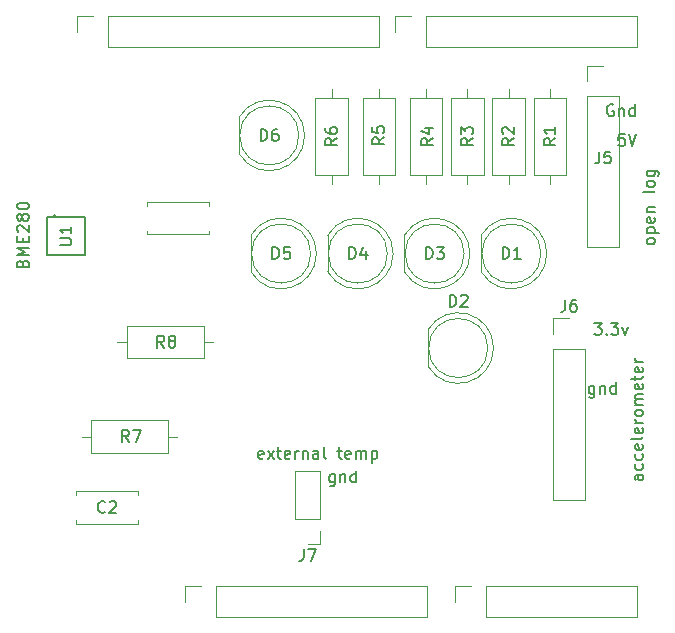
<source format=gbr>
%TF.GenerationSoftware,KiCad,Pcbnew,8.0.8*%
%TF.CreationDate,2025-03-12T21:02:29-06:00*%
%TF.ProjectId,PhaseD,50686173-6544-42e6-9b69-6361645f7063,rev?*%
%TF.SameCoordinates,Original*%
%TF.FileFunction,Legend,Top*%
%TF.FilePolarity,Positive*%
%FSLAX46Y46*%
G04 Gerber Fmt 4.6, Leading zero omitted, Abs format (unit mm)*
G04 Created by KiCad (PCBNEW 8.0.8) date 2025-03-12 21:02:29*
%MOMM*%
%LPD*%
G01*
G04 APERTURE LIST*
%ADD10C,0.150000*%
%ADD11C,0.120000*%
%ADD12C,0.152400*%
G04 APERTURE END LIST*
D10*
X112846009Y-68829887D02*
X112893628Y-68687030D01*
X112893628Y-68687030D02*
X112941247Y-68639411D01*
X112941247Y-68639411D02*
X113036485Y-68591792D01*
X113036485Y-68591792D02*
X113179342Y-68591792D01*
X113179342Y-68591792D02*
X113274580Y-68639411D01*
X113274580Y-68639411D02*
X113322200Y-68687030D01*
X113322200Y-68687030D02*
X113369819Y-68782268D01*
X113369819Y-68782268D02*
X113369819Y-69163220D01*
X113369819Y-69163220D02*
X112369819Y-69163220D01*
X112369819Y-69163220D02*
X112369819Y-68829887D01*
X112369819Y-68829887D02*
X112417438Y-68734649D01*
X112417438Y-68734649D02*
X112465057Y-68687030D01*
X112465057Y-68687030D02*
X112560295Y-68639411D01*
X112560295Y-68639411D02*
X112655533Y-68639411D01*
X112655533Y-68639411D02*
X112750771Y-68687030D01*
X112750771Y-68687030D02*
X112798390Y-68734649D01*
X112798390Y-68734649D02*
X112846009Y-68829887D01*
X112846009Y-68829887D02*
X112846009Y-69163220D01*
X113369819Y-68163220D02*
X112369819Y-68163220D01*
X112369819Y-68163220D02*
X113084104Y-67829887D01*
X113084104Y-67829887D02*
X112369819Y-67496554D01*
X112369819Y-67496554D02*
X113369819Y-67496554D01*
X112846009Y-67020363D02*
X112846009Y-66687030D01*
X113369819Y-66544173D02*
X113369819Y-67020363D01*
X113369819Y-67020363D02*
X112369819Y-67020363D01*
X112369819Y-67020363D02*
X112369819Y-66544173D01*
X112465057Y-66163220D02*
X112417438Y-66115601D01*
X112417438Y-66115601D02*
X112369819Y-66020363D01*
X112369819Y-66020363D02*
X112369819Y-65782268D01*
X112369819Y-65782268D02*
X112417438Y-65687030D01*
X112417438Y-65687030D02*
X112465057Y-65639411D01*
X112465057Y-65639411D02*
X112560295Y-65591792D01*
X112560295Y-65591792D02*
X112655533Y-65591792D01*
X112655533Y-65591792D02*
X112798390Y-65639411D01*
X112798390Y-65639411D02*
X113369819Y-66210839D01*
X113369819Y-66210839D02*
X113369819Y-65591792D01*
X112798390Y-65020363D02*
X112750771Y-65115601D01*
X112750771Y-65115601D02*
X112703152Y-65163220D01*
X112703152Y-65163220D02*
X112607914Y-65210839D01*
X112607914Y-65210839D02*
X112560295Y-65210839D01*
X112560295Y-65210839D02*
X112465057Y-65163220D01*
X112465057Y-65163220D02*
X112417438Y-65115601D01*
X112417438Y-65115601D02*
X112369819Y-65020363D01*
X112369819Y-65020363D02*
X112369819Y-64829887D01*
X112369819Y-64829887D02*
X112417438Y-64734649D01*
X112417438Y-64734649D02*
X112465057Y-64687030D01*
X112465057Y-64687030D02*
X112560295Y-64639411D01*
X112560295Y-64639411D02*
X112607914Y-64639411D01*
X112607914Y-64639411D02*
X112703152Y-64687030D01*
X112703152Y-64687030D02*
X112750771Y-64734649D01*
X112750771Y-64734649D02*
X112798390Y-64829887D01*
X112798390Y-64829887D02*
X112798390Y-65020363D01*
X112798390Y-65020363D02*
X112846009Y-65115601D01*
X112846009Y-65115601D02*
X112893628Y-65163220D01*
X112893628Y-65163220D02*
X112988866Y-65210839D01*
X112988866Y-65210839D02*
X113179342Y-65210839D01*
X113179342Y-65210839D02*
X113274580Y-65163220D01*
X113274580Y-65163220D02*
X113322200Y-65115601D01*
X113322200Y-65115601D02*
X113369819Y-65020363D01*
X113369819Y-65020363D02*
X113369819Y-64829887D01*
X113369819Y-64829887D02*
X113322200Y-64734649D01*
X113322200Y-64734649D02*
X113274580Y-64687030D01*
X113274580Y-64687030D02*
X113179342Y-64639411D01*
X113179342Y-64639411D02*
X112988866Y-64639411D01*
X112988866Y-64639411D02*
X112893628Y-64687030D01*
X112893628Y-64687030D02*
X112846009Y-64734649D01*
X112846009Y-64734649D02*
X112798390Y-64829887D01*
X112369819Y-64020363D02*
X112369819Y-63925125D01*
X112369819Y-63925125D02*
X112417438Y-63829887D01*
X112417438Y-63829887D02*
X112465057Y-63782268D01*
X112465057Y-63782268D02*
X112560295Y-63734649D01*
X112560295Y-63734649D02*
X112750771Y-63687030D01*
X112750771Y-63687030D02*
X112988866Y-63687030D01*
X112988866Y-63687030D02*
X113179342Y-63734649D01*
X113179342Y-63734649D02*
X113274580Y-63782268D01*
X113274580Y-63782268D02*
X113322200Y-63829887D01*
X113322200Y-63829887D02*
X113369819Y-63925125D01*
X113369819Y-63925125D02*
X113369819Y-64020363D01*
X113369819Y-64020363D02*
X113322200Y-64115601D01*
X113322200Y-64115601D02*
X113274580Y-64163220D01*
X113274580Y-64163220D02*
X113179342Y-64210839D01*
X113179342Y-64210839D02*
X112988866Y-64258458D01*
X112988866Y-64258458D02*
X112750771Y-64258458D01*
X112750771Y-64258458D02*
X112560295Y-64210839D01*
X112560295Y-64210839D02*
X112465057Y-64163220D01*
X112465057Y-64163220D02*
X112417438Y-64115601D01*
X112417438Y-64115601D02*
X112369819Y-64020363D01*
X133217731Y-85322200D02*
X133122493Y-85369819D01*
X133122493Y-85369819D02*
X132932017Y-85369819D01*
X132932017Y-85369819D02*
X132836779Y-85322200D01*
X132836779Y-85322200D02*
X132789160Y-85226961D01*
X132789160Y-85226961D02*
X132789160Y-84846009D01*
X132789160Y-84846009D02*
X132836779Y-84750771D01*
X132836779Y-84750771D02*
X132932017Y-84703152D01*
X132932017Y-84703152D02*
X133122493Y-84703152D01*
X133122493Y-84703152D02*
X133217731Y-84750771D01*
X133217731Y-84750771D02*
X133265350Y-84846009D01*
X133265350Y-84846009D02*
X133265350Y-84941247D01*
X133265350Y-84941247D02*
X132789160Y-85036485D01*
X133598684Y-85369819D02*
X134122493Y-84703152D01*
X133598684Y-84703152D02*
X134122493Y-85369819D01*
X134360589Y-84703152D02*
X134741541Y-84703152D01*
X134503446Y-84369819D02*
X134503446Y-85226961D01*
X134503446Y-85226961D02*
X134551065Y-85322200D01*
X134551065Y-85322200D02*
X134646303Y-85369819D01*
X134646303Y-85369819D02*
X134741541Y-85369819D01*
X135455827Y-85322200D02*
X135360589Y-85369819D01*
X135360589Y-85369819D02*
X135170113Y-85369819D01*
X135170113Y-85369819D02*
X135074875Y-85322200D01*
X135074875Y-85322200D02*
X135027256Y-85226961D01*
X135027256Y-85226961D02*
X135027256Y-84846009D01*
X135027256Y-84846009D02*
X135074875Y-84750771D01*
X135074875Y-84750771D02*
X135170113Y-84703152D01*
X135170113Y-84703152D02*
X135360589Y-84703152D01*
X135360589Y-84703152D02*
X135455827Y-84750771D01*
X135455827Y-84750771D02*
X135503446Y-84846009D01*
X135503446Y-84846009D02*
X135503446Y-84941247D01*
X135503446Y-84941247D02*
X135027256Y-85036485D01*
X135932018Y-85369819D02*
X135932018Y-84703152D01*
X135932018Y-84893628D02*
X135979637Y-84798390D01*
X135979637Y-84798390D02*
X136027256Y-84750771D01*
X136027256Y-84750771D02*
X136122494Y-84703152D01*
X136122494Y-84703152D02*
X136217732Y-84703152D01*
X136551066Y-84703152D02*
X136551066Y-85369819D01*
X136551066Y-84798390D02*
X136598685Y-84750771D01*
X136598685Y-84750771D02*
X136693923Y-84703152D01*
X136693923Y-84703152D02*
X136836780Y-84703152D01*
X136836780Y-84703152D02*
X136932018Y-84750771D01*
X136932018Y-84750771D02*
X136979637Y-84846009D01*
X136979637Y-84846009D02*
X136979637Y-85369819D01*
X137884399Y-85369819D02*
X137884399Y-84846009D01*
X137884399Y-84846009D02*
X137836780Y-84750771D01*
X137836780Y-84750771D02*
X137741542Y-84703152D01*
X137741542Y-84703152D02*
X137551066Y-84703152D01*
X137551066Y-84703152D02*
X137455828Y-84750771D01*
X137884399Y-85322200D02*
X137789161Y-85369819D01*
X137789161Y-85369819D02*
X137551066Y-85369819D01*
X137551066Y-85369819D02*
X137455828Y-85322200D01*
X137455828Y-85322200D02*
X137408209Y-85226961D01*
X137408209Y-85226961D02*
X137408209Y-85131723D01*
X137408209Y-85131723D02*
X137455828Y-85036485D01*
X137455828Y-85036485D02*
X137551066Y-84988866D01*
X137551066Y-84988866D02*
X137789161Y-84988866D01*
X137789161Y-84988866D02*
X137884399Y-84941247D01*
X138503447Y-85369819D02*
X138408209Y-85322200D01*
X138408209Y-85322200D02*
X138360590Y-85226961D01*
X138360590Y-85226961D02*
X138360590Y-84369819D01*
X139503448Y-84703152D02*
X139884400Y-84703152D01*
X139646305Y-84369819D02*
X139646305Y-85226961D01*
X139646305Y-85226961D02*
X139693924Y-85322200D01*
X139693924Y-85322200D02*
X139789162Y-85369819D01*
X139789162Y-85369819D02*
X139884400Y-85369819D01*
X140598686Y-85322200D02*
X140503448Y-85369819D01*
X140503448Y-85369819D02*
X140312972Y-85369819D01*
X140312972Y-85369819D02*
X140217734Y-85322200D01*
X140217734Y-85322200D02*
X140170115Y-85226961D01*
X140170115Y-85226961D02*
X140170115Y-84846009D01*
X140170115Y-84846009D02*
X140217734Y-84750771D01*
X140217734Y-84750771D02*
X140312972Y-84703152D01*
X140312972Y-84703152D02*
X140503448Y-84703152D01*
X140503448Y-84703152D02*
X140598686Y-84750771D01*
X140598686Y-84750771D02*
X140646305Y-84846009D01*
X140646305Y-84846009D02*
X140646305Y-84941247D01*
X140646305Y-84941247D02*
X140170115Y-85036485D01*
X141074877Y-85369819D02*
X141074877Y-84703152D01*
X141074877Y-84798390D02*
X141122496Y-84750771D01*
X141122496Y-84750771D02*
X141217734Y-84703152D01*
X141217734Y-84703152D02*
X141360591Y-84703152D01*
X141360591Y-84703152D02*
X141455829Y-84750771D01*
X141455829Y-84750771D02*
X141503448Y-84846009D01*
X141503448Y-84846009D02*
X141503448Y-85369819D01*
X141503448Y-84846009D02*
X141551067Y-84750771D01*
X141551067Y-84750771D02*
X141646305Y-84703152D01*
X141646305Y-84703152D02*
X141789162Y-84703152D01*
X141789162Y-84703152D02*
X141884401Y-84750771D01*
X141884401Y-84750771D02*
X141932020Y-84846009D01*
X141932020Y-84846009D02*
X141932020Y-85369819D01*
X142408210Y-84703152D02*
X142408210Y-85703152D01*
X142408210Y-84750771D02*
X142503448Y-84703152D01*
X142503448Y-84703152D02*
X142693924Y-84703152D01*
X142693924Y-84703152D02*
X142789162Y-84750771D01*
X142789162Y-84750771D02*
X142836781Y-84798390D01*
X142836781Y-84798390D02*
X142884400Y-84893628D01*
X142884400Y-84893628D02*
X142884400Y-85179342D01*
X142884400Y-85179342D02*
X142836781Y-85274580D01*
X142836781Y-85274580D02*
X142789162Y-85322200D01*
X142789162Y-85322200D02*
X142693924Y-85369819D01*
X142693924Y-85369819D02*
X142503448Y-85369819D01*
X142503448Y-85369819D02*
X142408210Y-85322200D01*
X165369819Y-86734649D02*
X164846009Y-86734649D01*
X164846009Y-86734649D02*
X164750771Y-86782268D01*
X164750771Y-86782268D02*
X164703152Y-86877506D01*
X164703152Y-86877506D02*
X164703152Y-87067982D01*
X164703152Y-87067982D02*
X164750771Y-87163220D01*
X165322200Y-86734649D02*
X165369819Y-86829887D01*
X165369819Y-86829887D02*
X165369819Y-87067982D01*
X165369819Y-87067982D02*
X165322200Y-87163220D01*
X165322200Y-87163220D02*
X165226961Y-87210839D01*
X165226961Y-87210839D02*
X165131723Y-87210839D01*
X165131723Y-87210839D02*
X165036485Y-87163220D01*
X165036485Y-87163220D02*
X164988866Y-87067982D01*
X164988866Y-87067982D02*
X164988866Y-86829887D01*
X164988866Y-86829887D02*
X164941247Y-86734649D01*
X165322200Y-85829887D02*
X165369819Y-85925125D01*
X165369819Y-85925125D02*
X165369819Y-86115601D01*
X165369819Y-86115601D02*
X165322200Y-86210839D01*
X165322200Y-86210839D02*
X165274580Y-86258458D01*
X165274580Y-86258458D02*
X165179342Y-86306077D01*
X165179342Y-86306077D02*
X164893628Y-86306077D01*
X164893628Y-86306077D02*
X164798390Y-86258458D01*
X164798390Y-86258458D02*
X164750771Y-86210839D01*
X164750771Y-86210839D02*
X164703152Y-86115601D01*
X164703152Y-86115601D02*
X164703152Y-85925125D01*
X164703152Y-85925125D02*
X164750771Y-85829887D01*
X165322200Y-84972744D02*
X165369819Y-85067982D01*
X165369819Y-85067982D02*
X165369819Y-85258458D01*
X165369819Y-85258458D02*
X165322200Y-85353696D01*
X165322200Y-85353696D02*
X165274580Y-85401315D01*
X165274580Y-85401315D02*
X165179342Y-85448934D01*
X165179342Y-85448934D02*
X164893628Y-85448934D01*
X164893628Y-85448934D02*
X164798390Y-85401315D01*
X164798390Y-85401315D02*
X164750771Y-85353696D01*
X164750771Y-85353696D02*
X164703152Y-85258458D01*
X164703152Y-85258458D02*
X164703152Y-85067982D01*
X164703152Y-85067982D02*
X164750771Y-84972744D01*
X165322200Y-84163220D02*
X165369819Y-84258458D01*
X165369819Y-84258458D02*
X165369819Y-84448934D01*
X165369819Y-84448934D02*
X165322200Y-84544172D01*
X165322200Y-84544172D02*
X165226961Y-84591791D01*
X165226961Y-84591791D02*
X164846009Y-84591791D01*
X164846009Y-84591791D02*
X164750771Y-84544172D01*
X164750771Y-84544172D02*
X164703152Y-84448934D01*
X164703152Y-84448934D02*
X164703152Y-84258458D01*
X164703152Y-84258458D02*
X164750771Y-84163220D01*
X164750771Y-84163220D02*
X164846009Y-84115601D01*
X164846009Y-84115601D02*
X164941247Y-84115601D01*
X164941247Y-84115601D02*
X165036485Y-84591791D01*
X165369819Y-83544172D02*
X165322200Y-83639410D01*
X165322200Y-83639410D02*
X165226961Y-83687029D01*
X165226961Y-83687029D02*
X164369819Y-83687029D01*
X165322200Y-82782267D02*
X165369819Y-82877505D01*
X165369819Y-82877505D02*
X165369819Y-83067981D01*
X165369819Y-83067981D02*
X165322200Y-83163219D01*
X165322200Y-83163219D02*
X165226961Y-83210838D01*
X165226961Y-83210838D02*
X164846009Y-83210838D01*
X164846009Y-83210838D02*
X164750771Y-83163219D01*
X164750771Y-83163219D02*
X164703152Y-83067981D01*
X164703152Y-83067981D02*
X164703152Y-82877505D01*
X164703152Y-82877505D02*
X164750771Y-82782267D01*
X164750771Y-82782267D02*
X164846009Y-82734648D01*
X164846009Y-82734648D02*
X164941247Y-82734648D01*
X164941247Y-82734648D02*
X165036485Y-83210838D01*
X165369819Y-82306076D02*
X164703152Y-82306076D01*
X164893628Y-82306076D02*
X164798390Y-82258457D01*
X164798390Y-82258457D02*
X164750771Y-82210838D01*
X164750771Y-82210838D02*
X164703152Y-82115600D01*
X164703152Y-82115600D02*
X164703152Y-82020362D01*
X165369819Y-81544171D02*
X165322200Y-81639409D01*
X165322200Y-81639409D02*
X165274580Y-81687028D01*
X165274580Y-81687028D02*
X165179342Y-81734647D01*
X165179342Y-81734647D02*
X164893628Y-81734647D01*
X164893628Y-81734647D02*
X164798390Y-81687028D01*
X164798390Y-81687028D02*
X164750771Y-81639409D01*
X164750771Y-81639409D02*
X164703152Y-81544171D01*
X164703152Y-81544171D02*
X164703152Y-81401314D01*
X164703152Y-81401314D02*
X164750771Y-81306076D01*
X164750771Y-81306076D02*
X164798390Y-81258457D01*
X164798390Y-81258457D02*
X164893628Y-81210838D01*
X164893628Y-81210838D02*
X165179342Y-81210838D01*
X165179342Y-81210838D02*
X165274580Y-81258457D01*
X165274580Y-81258457D02*
X165322200Y-81306076D01*
X165322200Y-81306076D02*
X165369819Y-81401314D01*
X165369819Y-81401314D02*
X165369819Y-81544171D01*
X165369819Y-80782266D02*
X164703152Y-80782266D01*
X164798390Y-80782266D02*
X164750771Y-80734647D01*
X164750771Y-80734647D02*
X164703152Y-80639409D01*
X164703152Y-80639409D02*
X164703152Y-80496552D01*
X164703152Y-80496552D02*
X164750771Y-80401314D01*
X164750771Y-80401314D02*
X164846009Y-80353695D01*
X164846009Y-80353695D02*
X165369819Y-80353695D01*
X164846009Y-80353695D02*
X164750771Y-80306076D01*
X164750771Y-80306076D02*
X164703152Y-80210838D01*
X164703152Y-80210838D02*
X164703152Y-80067981D01*
X164703152Y-80067981D02*
X164750771Y-79972742D01*
X164750771Y-79972742D02*
X164846009Y-79925123D01*
X164846009Y-79925123D02*
X165369819Y-79925123D01*
X165322200Y-79067981D02*
X165369819Y-79163219D01*
X165369819Y-79163219D02*
X165369819Y-79353695D01*
X165369819Y-79353695D02*
X165322200Y-79448933D01*
X165322200Y-79448933D02*
X165226961Y-79496552D01*
X165226961Y-79496552D02*
X164846009Y-79496552D01*
X164846009Y-79496552D02*
X164750771Y-79448933D01*
X164750771Y-79448933D02*
X164703152Y-79353695D01*
X164703152Y-79353695D02*
X164703152Y-79163219D01*
X164703152Y-79163219D02*
X164750771Y-79067981D01*
X164750771Y-79067981D02*
X164846009Y-79020362D01*
X164846009Y-79020362D02*
X164941247Y-79020362D01*
X164941247Y-79020362D02*
X165036485Y-79496552D01*
X164703152Y-78734647D02*
X164703152Y-78353695D01*
X164369819Y-78591790D02*
X165226961Y-78591790D01*
X165226961Y-78591790D02*
X165322200Y-78544171D01*
X165322200Y-78544171D02*
X165369819Y-78448933D01*
X165369819Y-78448933D02*
X165369819Y-78353695D01*
X165322200Y-77639409D02*
X165369819Y-77734647D01*
X165369819Y-77734647D02*
X165369819Y-77925123D01*
X165369819Y-77925123D02*
X165322200Y-78020361D01*
X165322200Y-78020361D02*
X165226961Y-78067980D01*
X165226961Y-78067980D02*
X164846009Y-78067980D01*
X164846009Y-78067980D02*
X164750771Y-78020361D01*
X164750771Y-78020361D02*
X164703152Y-77925123D01*
X164703152Y-77925123D02*
X164703152Y-77734647D01*
X164703152Y-77734647D02*
X164750771Y-77639409D01*
X164750771Y-77639409D02*
X164846009Y-77591790D01*
X164846009Y-77591790D02*
X164941247Y-77591790D01*
X164941247Y-77591790D02*
X165036485Y-78067980D01*
X165369819Y-77163218D02*
X164703152Y-77163218D01*
X164893628Y-77163218D02*
X164798390Y-77115599D01*
X164798390Y-77115599D02*
X164750771Y-77067980D01*
X164750771Y-77067980D02*
X164703152Y-76972742D01*
X164703152Y-76972742D02*
X164703152Y-76877504D01*
X166369819Y-67020363D02*
X166322200Y-67115601D01*
X166322200Y-67115601D02*
X166274580Y-67163220D01*
X166274580Y-67163220D02*
X166179342Y-67210839D01*
X166179342Y-67210839D02*
X165893628Y-67210839D01*
X165893628Y-67210839D02*
X165798390Y-67163220D01*
X165798390Y-67163220D02*
X165750771Y-67115601D01*
X165750771Y-67115601D02*
X165703152Y-67020363D01*
X165703152Y-67020363D02*
X165703152Y-66877506D01*
X165703152Y-66877506D02*
X165750771Y-66782268D01*
X165750771Y-66782268D02*
X165798390Y-66734649D01*
X165798390Y-66734649D02*
X165893628Y-66687030D01*
X165893628Y-66687030D02*
X166179342Y-66687030D01*
X166179342Y-66687030D02*
X166274580Y-66734649D01*
X166274580Y-66734649D02*
X166322200Y-66782268D01*
X166322200Y-66782268D02*
X166369819Y-66877506D01*
X166369819Y-66877506D02*
X166369819Y-67020363D01*
X165703152Y-66258458D02*
X166703152Y-66258458D01*
X165750771Y-66258458D02*
X165703152Y-66163220D01*
X165703152Y-66163220D02*
X165703152Y-65972744D01*
X165703152Y-65972744D02*
X165750771Y-65877506D01*
X165750771Y-65877506D02*
X165798390Y-65829887D01*
X165798390Y-65829887D02*
X165893628Y-65782268D01*
X165893628Y-65782268D02*
X166179342Y-65782268D01*
X166179342Y-65782268D02*
X166274580Y-65829887D01*
X166274580Y-65829887D02*
X166322200Y-65877506D01*
X166322200Y-65877506D02*
X166369819Y-65972744D01*
X166369819Y-65972744D02*
X166369819Y-66163220D01*
X166369819Y-66163220D02*
X166322200Y-66258458D01*
X166322200Y-64972744D02*
X166369819Y-65067982D01*
X166369819Y-65067982D02*
X166369819Y-65258458D01*
X166369819Y-65258458D02*
X166322200Y-65353696D01*
X166322200Y-65353696D02*
X166226961Y-65401315D01*
X166226961Y-65401315D02*
X165846009Y-65401315D01*
X165846009Y-65401315D02*
X165750771Y-65353696D01*
X165750771Y-65353696D02*
X165703152Y-65258458D01*
X165703152Y-65258458D02*
X165703152Y-65067982D01*
X165703152Y-65067982D02*
X165750771Y-64972744D01*
X165750771Y-64972744D02*
X165846009Y-64925125D01*
X165846009Y-64925125D02*
X165941247Y-64925125D01*
X165941247Y-64925125D02*
X166036485Y-65401315D01*
X165703152Y-64496553D02*
X166369819Y-64496553D01*
X165798390Y-64496553D02*
X165750771Y-64448934D01*
X165750771Y-64448934D02*
X165703152Y-64353696D01*
X165703152Y-64353696D02*
X165703152Y-64210839D01*
X165703152Y-64210839D02*
X165750771Y-64115601D01*
X165750771Y-64115601D02*
X165846009Y-64067982D01*
X165846009Y-64067982D02*
X166369819Y-64067982D01*
X166369819Y-62687029D02*
X166322200Y-62782267D01*
X166322200Y-62782267D02*
X166226961Y-62829886D01*
X166226961Y-62829886D02*
X165369819Y-62829886D01*
X166369819Y-62163219D02*
X166322200Y-62258457D01*
X166322200Y-62258457D02*
X166274580Y-62306076D01*
X166274580Y-62306076D02*
X166179342Y-62353695D01*
X166179342Y-62353695D02*
X165893628Y-62353695D01*
X165893628Y-62353695D02*
X165798390Y-62306076D01*
X165798390Y-62306076D02*
X165750771Y-62258457D01*
X165750771Y-62258457D02*
X165703152Y-62163219D01*
X165703152Y-62163219D02*
X165703152Y-62020362D01*
X165703152Y-62020362D02*
X165750771Y-61925124D01*
X165750771Y-61925124D02*
X165798390Y-61877505D01*
X165798390Y-61877505D02*
X165893628Y-61829886D01*
X165893628Y-61829886D02*
X166179342Y-61829886D01*
X166179342Y-61829886D02*
X166274580Y-61877505D01*
X166274580Y-61877505D02*
X166322200Y-61925124D01*
X166322200Y-61925124D02*
X166369819Y-62020362D01*
X166369819Y-62020362D02*
X166369819Y-62163219D01*
X165703152Y-60972743D02*
X166512676Y-60972743D01*
X166512676Y-60972743D02*
X166607914Y-61020362D01*
X166607914Y-61020362D02*
X166655533Y-61067981D01*
X166655533Y-61067981D02*
X166703152Y-61163219D01*
X166703152Y-61163219D02*
X166703152Y-61306076D01*
X166703152Y-61306076D02*
X166655533Y-61401314D01*
X166322200Y-60972743D02*
X166369819Y-61067981D01*
X166369819Y-61067981D02*
X166369819Y-61258457D01*
X166369819Y-61258457D02*
X166322200Y-61353695D01*
X166322200Y-61353695D02*
X166274580Y-61401314D01*
X166274580Y-61401314D02*
X166179342Y-61448933D01*
X166179342Y-61448933D02*
X165893628Y-61448933D01*
X165893628Y-61448933D02*
X165798390Y-61401314D01*
X165798390Y-61401314D02*
X165750771Y-61353695D01*
X165750771Y-61353695D02*
X165703152Y-61258457D01*
X165703152Y-61258457D02*
X165703152Y-61067981D01*
X165703152Y-61067981D02*
X165750771Y-60972743D01*
X139265350Y-86703152D02*
X139265350Y-87512676D01*
X139265350Y-87512676D02*
X139217731Y-87607914D01*
X139217731Y-87607914D02*
X139170112Y-87655533D01*
X139170112Y-87655533D02*
X139074874Y-87703152D01*
X139074874Y-87703152D02*
X138932017Y-87703152D01*
X138932017Y-87703152D02*
X138836779Y-87655533D01*
X139265350Y-87322200D02*
X139170112Y-87369819D01*
X139170112Y-87369819D02*
X138979636Y-87369819D01*
X138979636Y-87369819D02*
X138884398Y-87322200D01*
X138884398Y-87322200D02*
X138836779Y-87274580D01*
X138836779Y-87274580D02*
X138789160Y-87179342D01*
X138789160Y-87179342D02*
X138789160Y-86893628D01*
X138789160Y-86893628D02*
X138836779Y-86798390D01*
X138836779Y-86798390D02*
X138884398Y-86750771D01*
X138884398Y-86750771D02*
X138979636Y-86703152D01*
X138979636Y-86703152D02*
X139170112Y-86703152D01*
X139170112Y-86703152D02*
X139265350Y-86750771D01*
X139741541Y-86703152D02*
X139741541Y-87369819D01*
X139741541Y-86798390D02*
X139789160Y-86750771D01*
X139789160Y-86750771D02*
X139884398Y-86703152D01*
X139884398Y-86703152D02*
X140027255Y-86703152D01*
X140027255Y-86703152D02*
X140122493Y-86750771D01*
X140122493Y-86750771D02*
X140170112Y-86846009D01*
X140170112Y-86846009D02*
X140170112Y-87369819D01*
X141074874Y-87369819D02*
X141074874Y-86369819D01*
X141074874Y-87322200D02*
X140979636Y-87369819D01*
X140979636Y-87369819D02*
X140789160Y-87369819D01*
X140789160Y-87369819D02*
X140693922Y-87322200D01*
X140693922Y-87322200D02*
X140646303Y-87274580D01*
X140646303Y-87274580D02*
X140598684Y-87179342D01*
X140598684Y-87179342D02*
X140598684Y-86893628D01*
X140598684Y-86893628D02*
X140646303Y-86798390D01*
X140646303Y-86798390D02*
X140693922Y-86750771D01*
X140693922Y-86750771D02*
X140789160Y-86703152D01*
X140789160Y-86703152D02*
X140979636Y-86703152D01*
X140979636Y-86703152D02*
X141074874Y-86750771D01*
X161241541Y-73869819D02*
X161860588Y-73869819D01*
X161860588Y-73869819D02*
X161527255Y-74250771D01*
X161527255Y-74250771D02*
X161670112Y-74250771D01*
X161670112Y-74250771D02*
X161765350Y-74298390D01*
X161765350Y-74298390D02*
X161812969Y-74346009D01*
X161812969Y-74346009D02*
X161860588Y-74441247D01*
X161860588Y-74441247D02*
X161860588Y-74679342D01*
X161860588Y-74679342D02*
X161812969Y-74774580D01*
X161812969Y-74774580D02*
X161765350Y-74822200D01*
X161765350Y-74822200D02*
X161670112Y-74869819D01*
X161670112Y-74869819D02*
X161384398Y-74869819D01*
X161384398Y-74869819D02*
X161289160Y-74822200D01*
X161289160Y-74822200D02*
X161241541Y-74774580D01*
X162289160Y-74774580D02*
X162336779Y-74822200D01*
X162336779Y-74822200D02*
X162289160Y-74869819D01*
X162289160Y-74869819D02*
X162241541Y-74822200D01*
X162241541Y-74822200D02*
X162289160Y-74774580D01*
X162289160Y-74774580D02*
X162289160Y-74869819D01*
X162670112Y-73869819D02*
X163289159Y-73869819D01*
X163289159Y-73869819D02*
X162955826Y-74250771D01*
X162955826Y-74250771D02*
X163098683Y-74250771D01*
X163098683Y-74250771D02*
X163193921Y-74298390D01*
X163193921Y-74298390D02*
X163241540Y-74346009D01*
X163241540Y-74346009D02*
X163289159Y-74441247D01*
X163289159Y-74441247D02*
X163289159Y-74679342D01*
X163289159Y-74679342D02*
X163241540Y-74774580D01*
X163241540Y-74774580D02*
X163193921Y-74822200D01*
X163193921Y-74822200D02*
X163098683Y-74869819D01*
X163098683Y-74869819D02*
X162812969Y-74869819D01*
X162812969Y-74869819D02*
X162717731Y-74822200D01*
X162717731Y-74822200D02*
X162670112Y-74774580D01*
X163622493Y-74203152D02*
X163860588Y-74869819D01*
X163860588Y-74869819D02*
X164098683Y-74203152D01*
X161265350Y-79203152D02*
X161265350Y-80012676D01*
X161265350Y-80012676D02*
X161217731Y-80107914D01*
X161217731Y-80107914D02*
X161170112Y-80155533D01*
X161170112Y-80155533D02*
X161074874Y-80203152D01*
X161074874Y-80203152D02*
X160932017Y-80203152D01*
X160932017Y-80203152D02*
X160836779Y-80155533D01*
X161265350Y-79822200D02*
X161170112Y-79869819D01*
X161170112Y-79869819D02*
X160979636Y-79869819D01*
X160979636Y-79869819D02*
X160884398Y-79822200D01*
X160884398Y-79822200D02*
X160836779Y-79774580D01*
X160836779Y-79774580D02*
X160789160Y-79679342D01*
X160789160Y-79679342D02*
X160789160Y-79393628D01*
X160789160Y-79393628D02*
X160836779Y-79298390D01*
X160836779Y-79298390D02*
X160884398Y-79250771D01*
X160884398Y-79250771D02*
X160979636Y-79203152D01*
X160979636Y-79203152D02*
X161170112Y-79203152D01*
X161170112Y-79203152D02*
X161265350Y-79250771D01*
X161741541Y-79203152D02*
X161741541Y-79869819D01*
X161741541Y-79298390D02*
X161789160Y-79250771D01*
X161789160Y-79250771D02*
X161884398Y-79203152D01*
X161884398Y-79203152D02*
X162027255Y-79203152D01*
X162027255Y-79203152D02*
X162122493Y-79250771D01*
X162122493Y-79250771D02*
X162170112Y-79346009D01*
X162170112Y-79346009D02*
X162170112Y-79869819D01*
X163074874Y-79869819D02*
X163074874Y-78869819D01*
X163074874Y-79822200D02*
X162979636Y-79869819D01*
X162979636Y-79869819D02*
X162789160Y-79869819D01*
X162789160Y-79869819D02*
X162693922Y-79822200D01*
X162693922Y-79822200D02*
X162646303Y-79774580D01*
X162646303Y-79774580D02*
X162598684Y-79679342D01*
X162598684Y-79679342D02*
X162598684Y-79393628D01*
X162598684Y-79393628D02*
X162646303Y-79298390D01*
X162646303Y-79298390D02*
X162693922Y-79250771D01*
X162693922Y-79250771D02*
X162789160Y-79203152D01*
X162789160Y-79203152D02*
X162979636Y-79203152D01*
X162979636Y-79203152D02*
X163074874Y-79250771D01*
X163812969Y-57869819D02*
X163336779Y-57869819D01*
X163336779Y-57869819D02*
X163289160Y-58346009D01*
X163289160Y-58346009D02*
X163336779Y-58298390D01*
X163336779Y-58298390D02*
X163432017Y-58250771D01*
X163432017Y-58250771D02*
X163670112Y-58250771D01*
X163670112Y-58250771D02*
X163765350Y-58298390D01*
X163765350Y-58298390D02*
X163812969Y-58346009D01*
X163812969Y-58346009D02*
X163860588Y-58441247D01*
X163860588Y-58441247D02*
X163860588Y-58679342D01*
X163860588Y-58679342D02*
X163812969Y-58774580D01*
X163812969Y-58774580D02*
X163765350Y-58822200D01*
X163765350Y-58822200D02*
X163670112Y-58869819D01*
X163670112Y-58869819D02*
X163432017Y-58869819D01*
X163432017Y-58869819D02*
X163336779Y-58822200D01*
X163336779Y-58822200D02*
X163289160Y-58774580D01*
X164146303Y-57869819D02*
X164479636Y-58869819D01*
X164479636Y-58869819D02*
X164812969Y-57869819D01*
X162860588Y-55417438D02*
X162765350Y-55369819D01*
X162765350Y-55369819D02*
X162622493Y-55369819D01*
X162622493Y-55369819D02*
X162479636Y-55417438D01*
X162479636Y-55417438D02*
X162384398Y-55512676D01*
X162384398Y-55512676D02*
X162336779Y-55607914D01*
X162336779Y-55607914D02*
X162289160Y-55798390D01*
X162289160Y-55798390D02*
X162289160Y-55941247D01*
X162289160Y-55941247D02*
X162336779Y-56131723D01*
X162336779Y-56131723D02*
X162384398Y-56226961D01*
X162384398Y-56226961D02*
X162479636Y-56322200D01*
X162479636Y-56322200D02*
X162622493Y-56369819D01*
X162622493Y-56369819D02*
X162717731Y-56369819D01*
X162717731Y-56369819D02*
X162860588Y-56322200D01*
X162860588Y-56322200D02*
X162908207Y-56274580D01*
X162908207Y-56274580D02*
X162908207Y-55941247D01*
X162908207Y-55941247D02*
X162717731Y-55941247D01*
X163336779Y-55703152D02*
X163336779Y-56369819D01*
X163336779Y-55798390D02*
X163384398Y-55750771D01*
X163384398Y-55750771D02*
X163479636Y-55703152D01*
X163479636Y-55703152D02*
X163622493Y-55703152D01*
X163622493Y-55703152D02*
X163717731Y-55750771D01*
X163717731Y-55750771D02*
X163765350Y-55846009D01*
X163765350Y-55846009D02*
X163765350Y-56369819D01*
X164670112Y-56369819D02*
X164670112Y-55369819D01*
X164670112Y-56322200D02*
X164574874Y-56369819D01*
X164574874Y-56369819D02*
X164384398Y-56369819D01*
X164384398Y-56369819D02*
X164289160Y-56322200D01*
X164289160Y-56322200D02*
X164241541Y-56274580D01*
X164241541Y-56274580D02*
X164193922Y-56179342D01*
X164193922Y-56179342D02*
X164193922Y-55893628D01*
X164193922Y-55893628D02*
X164241541Y-55798390D01*
X164241541Y-55798390D02*
X164289160Y-55750771D01*
X164289160Y-55750771D02*
X164384398Y-55703152D01*
X164384398Y-55703152D02*
X164574874Y-55703152D01*
X164574874Y-55703152D02*
X164670112Y-55750771D01*
X148991905Y-72494819D02*
X148991905Y-71494819D01*
X148991905Y-71494819D02*
X149230000Y-71494819D01*
X149230000Y-71494819D02*
X149372857Y-71542438D01*
X149372857Y-71542438D02*
X149468095Y-71637676D01*
X149468095Y-71637676D02*
X149515714Y-71732914D01*
X149515714Y-71732914D02*
X149563333Y-71923390D01*
X149563333Y-71923390D02*
X149563333Y-72066247D01*
X149563333Y-72066247D02*
X149515714Y-72256723D01*
X149515714Y-72256723D02*
X149468095Y-72351961D01*
X149468095Y-72351961D02*
X149372857Y-72447200D01*
X149372857Y-72447200D02*
X149230000Y-72494819D01*
X149230000Y-72494819D02*
X148991905Y-72494819D01*
X149944286Y-71590057D02*
X149991905Y-71542438D01*
X149991905Y-71542438D02*
X150087143Y-71494819D01*
X150087143Y-71494819D02*
X150325238Y-71494819D01*
X150325238Y-71494819D02*
X150420476Y-71542438D01*
X150420476Y-71542438D02*
X150468095Y-71590057D01*
X150468095Y-71590057D02*
X150515714Y-71685295D01*
X150515714Y-71685295D02*
X150515714Y-71780533D01*
X150515714Y-71780533D02*
X150468095Y-71923390D01*
X150468095Y-71923390D02*
X149896667Y-72494819D01*
X149896667Y-72494819D02*
X150515714Y-72494819D01*
X115979820Y-67286903D02*
X116789343Y-67286903D01*
X116789343Y-67286903D02*
X116884581Y-67239284D01*
X116884581Y-67239284D02*
X116932201Y-67191665D01*
X116932201Y-67191665D02*
X116979820Y-67096427D01*
X116979820Y-67096427D02*
X116979820Y-66905951D01*
X116979820Y-66905951D02*
X116932201Y-66810713D01*
X116932201Y-66810713D02*
X116884581Y-66763094D01*
X116884581Y-66763094D02*
X116789343Y-66715475D01*
X116789343Y-66715475D02*
X115979820Y-66715475D01*
X116979820Y-65715475D02*
X116979820Y-66286903D01*
X116979820Y-66001189D02*
X115979820Y-66001189D01*
X115979820Y-66001189D02*
X116122677Y-66096427D01*
X116122677Y-66096427D02*
X116217915Y-66191665D01*
X116217915Y-66191665D02*
X116265534Y-66286903D01*
X157954819Y-58246666D02*
X157478628Y-58579999D01*
X157954819Y-58818094D02*
X156954819Y-58818094D01*
X156954819Y-58818094D02*
X156954819Y-58437142D01*
X156954819Y-58437142D02*
X157002438Y-58341904D01*
X157002438Y-58341904D02*
X157050057Y-58294285D01*
X157050057Y-58294285D02*
X157145295Y-58246666D01*
X157145295Y-58246666D02*
X157288152Y-58246666D01*
X157288152Y-58246666D02*
X157383390Y-58294285D01*
X157383390Y-58294285D02*
X157431009Y-58341904D01*
X157431009Y-58341904D02*
X157478628Y-58437142D01*
X157478628Y-58437142D02*
X157478628Y-58818094D01*
X157954819Y-57294285D02*
X157954819Y-57865713D01*
X157954819Y-57579999D02*
X156954819Y-57579999D01*
X156954819Y-57579999D02*
X157097676Y-57675237D01*
X157097676Y-57675237D02*
X157192914Y-57770475D01*
X157192914Y-57770475D02*
X157240533Y-57865713D01*
X119833333Y-89859580D02*
X119785714Y-89907200D01*
X119785714Y-89907200D02*
X119642857Y-89954819D01*
X119642857Y-89954819D02*
X119547619Y-89954819D01*
X119547619Y-89954819D02*
X119404762Y-89907200D01*
X119404762Y-89907200D02*
X119309524Y-89811961D01*
X119309524Y-89811961D02*
X119261905Y-89716723D01*
X119261905Y-89716723D02*
X119214286Y-89526247D01*
X119214286Y-89526247D02*
X119214286Y-89383390D01*
X119214286Y-89383390D02*
X119261905Y-89192914D01*
X119261905Y-89192914D02*
X119309524Y-89097676D01*
X119309524Y-89097676D02*
X119404762Y-89002438D01*
X119404762Y-89002438D02*
X119547619Y-88954819D01*
X119547619Y-88954819D02*
X119642857Y-88954819D01*
X119642857Y-88954819D02*
X119785714Y-89002438D01*
X119785714Y-89002438D02*
X119833333Y-89050057D01*
X120214286Y-89050057D02*
X120261905Y-89002438D01*
X120261905Y-89002438D02*
X120357143Y-88954819D01*
X120357143Y-88954819D02*
X120595238Y-88954819D01*
X120595238Y-88954819D02*
X120690476Y-89002438D01*
X120690476Y-89002438D02*
X120738095Y-89050057D01*
X120738095Y-89050057D02*
X120785714Y-89145295D01*
X120785714Y-89145295D02*
X120785714Y-89240533D01*
X120785714Y-89240533D02*
X120738095Y-89383390D01*
X120738095Y-89383390D02*
X120166667Y-89954819D01*
X120166667Y-89954819D02*
X120785714Y-89954819D01*
X139454819Y-58246666D02*
X138978628Y-58579999D01*
X139454819Y-58818094D02*
X138454819Y-58818094D01*
X138454819Y-58818094D02*
X138454819Y-58437142D01*
X138454819Y-58437142D02*
X138502438Y-58341904D01*
X138502438Y-58341904D02*
X138550057Y-58294285D01*
X138550057Y-58294285D02*
X138645295Y-58246666D01*
X138645295Y-58246666D02*
X138788152Y-58246666D01*
X138788152Y-58246666D02*
X138883390Y-58294285D01*
X138883390Y-58294285D02*
X138931009Y-58341904D01*
X138931009Y-58341904D02*
X138978628Y-58437142D01*
X138978628Y-58437142D02*
X138978628Y-58818094D01*
X138454819Y-57389523D02*
X138454819Y-57579999D01*
X138454819Y-57579999D02*
X138502438Y-57675237D01*
X138502438Y-57675237D02*
X138550057Y-57722856D01*
X138550057Y-57722856D02*
X138692914Y-57818094D01*
X138692914Y-57818094D02*
X138883390Y-57865713D01*
X138883390Y-57865713D02*
X139264342Y-57865713D01*
X139264342Y-57865713D02*
X139359580Y-57818094D01*
X139359580Y-57818094D02*
X139407200Y-57770475D01*
X139407200Y-57770475D02*
X139454819Y-57675237D01*
X139454819Y-57675237D02*
X139454819Y-57484761D01*
X139454819Y-57484761D02*
X139407200Y-57389523D01*
X139407200Y-57389523D02*
X139359580Y-57341904D01*
X139359580Y-57341904D02*
X139264342Y-57294285D01*
X139264342Y-57294285D02*
X139026247Y-57294285D01*
X139026247Y-57294285D02*
X138931009Y-57341904D01*
X138931009Y-57341904D02*
X138883390Y-57389523D01*
X138883390Y-57389523D02*
X138835771Y-57484761D01*
X138835771Y-57484761D02*
X138835771Y-57675237D01*
X138835771Y-57675237D02*
X138883390Y-57770475D01*
X138883390Y-57770475D02*
X138931009Y-57818094D01*
X138931009Y-57818094D02*
X139026247Y-57865713D01*
X154454819Y-58246666D02*
X153978628Y-58579999D01*
X154454819Y-58818094D02*
X153454819Y-58818094D01*
X153454819Y-58818094D02*
X153454819Y-58437142D01*
X153454819Y-58437142D02*
X153502438Y-58341904D01*
X153502438Y-58341904D02*
X153550057Y-58294285D01*
X153550057Y-58294285D02*
X153645295Y-58246666D01*
X153645295Y-58246666D02*
X153788152Y-58246666D01*
X153788152Y-58246666D02*
X153883390Y-58294285D01*
X153883390Y-58294285D02*
X153931009Y-58341904D01*
X153931009Y-58341904D02*
X153978628Y-58437142D01*
X153978628Y-58437142D02*
X153978628Y-58818094D01*
X153550057Y-57865713D02*
X153502438Y-57818094D01*
X153502438Y-57818094D02*
X153454819Y-57722856D01*
X153454819Y-57722856D02*
X153454819Y-57484761D01*
X153454819Y-57484761D02*
X153502438Y-57389523D01*
X153502438Y-57389523D02*
X153550057Y-57341904D01*
X153550057Y-57341904D02*
X153645295Y-57294285D01*
X153645295Y-57294285D02*
X153740533Y-57294285D01*
X153740533Y-57294285D02*
X153883390Y-57341904D01*
X153883390Y-57341904D02*
X154454819Y-57913332D01*
X154454819Y-57913332D02*
X154454819Y-57294285D01*
X153491905Y-68454819D02*
X153491905Y-67454819D01*
X153491905Y-67454819D02*
X153730000Y-67454819D01*
X153730000Y-67454819D02*
X153872857Y-67502438D01*
X153872857Y-67502438D02*
X153968095Y-67597676D01*
X153968095Y-67597676D02*
X154015714Y-67692914D01*
X154015714Y-67692914D02*
X154063333Y-67883390D01*
X154063333Y-67883390D02*
X154063333Y-68026247D01*
X154063333Y-68026247D02*
X154015714Y-68216723D01*
X154015714Y-68216723D02*
X153968095Y-68311961D01*
X153968095Y-68311961D02*
X153872857Y-68407200D01*
X153872857Y-68407200D02*
X153730000Y-68454819D01*
X153730000Y-68454819D02*
X153491905Y-68454819D01*
X155015714Y-68454819D02*
X154444286Y-68454819D01*
X154730000Y-68454819D02*
X154730000Y-67454819D01*
X154730000Y-67454819D02*
X154634762Y-67597676D01*
X154634762Y-67597676D02*
X154539524Y-67692914D01*
X154539524Y-67692914D02*
X154444286Y-67740533D01*
X121833333Y-83954819D02*
X121500000Y-83478628D01*
X121261905Y-83954819D02*
X121261905Y-82954819D01*
X121261905Y-82954819D02*
X121642857Y-82954819D01*
X121642857Y-82954819D02*
X121738095Y-83002438D01*
X121738095Y-83002438D02*
X121785714Y-83050057D01*
X121785714Y-83050057D02*
X121833333Y-83145295D01*
X121833333Y-83145295D02*
X121833333Y-83288152D01*
X121833333Y-83288152D02*
X121785714Y-83383390D01*
X121785714Y-83383390D02*
X121738095Y-83431009D01*
X121738095Y-83431009D02*
X121642857Y-83478628D01*
X121642857Y-83478628D02*
X121261905Y-83478628D01*
X122166667Y-82954819D02*
X122833333Y-82954819D01*
X122833333Y-82954819D02*
X122404762Y-83954819D01*
X136666666Y-93014819D02*
X136666666Y-93729104D01*
X136666666Y-93729104D02*
X136619047Y-93871961D01*
X136619047Y-93871961D02*
X136523809Y-93967200D01*
X136523809Y-93967200D02*
X136380952Y-94014819D01*
X136380952Y-94014819D02*
X136285714Y-94014819D01*
X137047619Y-93014819D02*
X137714285Y-93014819D01*
X137714285Y-93014819D02*
X137285714Y-94014819D01*
X161666666Y-59374819D02*
X161666666Y-60089104D01*
X161666666Y-60089104D02*
X161619047Y-60231961D01*
X161619047Y-60231961D02*
X161523809Y-60327200D01*
X161523809Y-60327200D02*
X161380952Y-60374819D01*
X161380952Y-60374819D02*
X161285714Y-60374819D01*
X162619047Y-59374819D02*
X162142857Y-59374819D01*
X162142857Y-59374819D02*
X162095238Y-59851009D01*
X162095238Y-59851009D02*
X162142857Y-59803390D01*
X162142857Y-59803390D02*
X162238095Y-59755771D01*
X162238095Y-59755771D02*
X162476190Y-59755771D01*
X162476190Y-59755771D02*
X162571428Y-59803390D01*
X162571428Y-59803390D02*
X162619047Y-59851009D01*
X162619047Y-59851009D02*
X162666666Y-59946247D01*
X162666666Y-59946247D02*
X162666666Y-60184342D01*
X162666666Y-60184342D02*
X162619047Y-60279580D01*
X162619047Y-60279580D02*
X162571428Y-60327200D01*
X162571428Y-60327200D02*
X162476190Y-60374819D01*
X162476190Y-60374819D02*
X162238095Y-60374819D01*
X162238095Y-60374819D02*
X162142857Y-60327200D01*
X162142857Y-60327200D02*
X162095238Y-60279580D01*
X150954819Y-58246666D02*
X150478628Y-58579999D01*
X150954819Y-58818094D02*
X149954819Y-58818094D01*
X149954819Y-58818094D02*
X149954819Y-58437142D01*
X149954819Y-58437142D02*
X150002438Y-58341904D01*
X150002438Y-58341904D02*
X150050057Y-58294285D01*
X150050057Y-58294285D02*
X150145295Y-58246666D01*
X150145295Y-58246666D02*
X150288152Y-58246666D01*
X150288152Y-58246666D02*
X150383390Y-58294285D01*
X150383390Y-58294285D02*
X150431009Y-58341904D01*
X150431009Y-58341904D02*
X150478628Y-58437142D01*
X150478628Y-58437142D02*
X150478628Y-58818094D01*
X149954819Y-57913332D02*
X149954819Y-57294285D01*
X149954819Y-57294285D02*
X150335771Y-57627618D01*
X150335771Y-57627618D02*
X150335771Y-57484761D01*
X150335771Y-57484761D02*
X150383390Y-57389523D01*
X150383390Y-57389523D02*
X150431009Y-57341904D01*
X150431009Y-57341904D02*
X150526247Y-57294285D01*
X150526247Y-57294285D02*
X150764342Y-57294285D01*
X150764342Y-57294285D02*
X150859580Y-57341904D01*
X150859580Y-57341904D02*
X150907200Y-57389523D01*
X150907200Y-57389523D02*
X150954819Y-57484761D01*
X150954819Y-57484761D02*
X150954819Y-57770475D01*
X150954819Y-57770475D02*
X150907200Y-57865713D01*
X150907200Y-57865713D02*
X150859580Y-57913332D01*
X133991905Y-68454819D02*
X133991905Y-67454819D01*
X133991905Y-67454819D02*
X134230000Y-67454819D01*
X134230000Y-67454819D02*
X134372857Y-67502438D01*
X134372857Y-67502438D02*
X134468095Y-67597676D01*
X134468095Y-67597676D02*
X134515714Y-67692914D01*
X134515714Y-67692914D02*
X134563333Y-67883390D01*
X134563333Y-67883390D02*
X134563333Y-68026247D01*
X134563333Y-68026247D02*
X134515714Y-68216723D01*
X134515714Y-68216723D02*
X134468095Y-68311961D01*
X134468095Y-68311961D02*
X134372857Y-68407200D01*
X134372857Y-68407200D02*
X134230000Y-68454819D01*
X134230000Y-68454819D02*
X133991905Y-68454819D01*
X135468095Y-67454819D02*
X134991905Y-67454819D01*
X134991905Y-67454819D02*
X134944286Y-67931009D01*
X134944286Y-67931009D02*
X134991905Y-67883390D01*
X134991905Y-67883390D02*
X135087143Y-67835771D01*
X135087143Y-67835771D02*
X135325238Y-67835771D01*
X135325238Y-67835771D02*
X135420476Y-67883390D01*
X135420476Y-67883390D02*
X135468095Y-67931009D01*
X135468095Y-67931009D02*
X135515714Y-68026247D01*
X135515714Y-68026247D02*
X135515714Y-68264342D01*
X135515714Y-68264342D02*
X135468095Y-68359580D01*
X135468095Y-68359580D02*
X135420476Y-68407200D01*
X135420476Y-68407200D02*
X135325238Y-68454819D01*
X135325238Y-68454819D02*
X135087143Y-68454819D01*
X135087143Y-68454819D02*
X134991905Y-68407200D01*
X134991905Y-68407200D02*
X134944286Y-68359580D01*
X146991905Y-68454819D02*
X146991905Y-67454819D01*
X146991905Y-67454819D02*
X147230000Y-67454819D01*
X147230000Y-67454819D02*
X147372857Y-67502438D01*
X147372857Y-67502438D02*
X147468095Y-67597676D01*
X147468095Y-67597676D02*
X147515714Y-67692914D01*
X147515714Y-67692914D02*
X147563333Y-67883390D01*
X147563333Y-67883390D02*
X147563333Y-68026247D01*
X147563333Y-68026247D02*
X147515714Y-68216723D01*
X147515714Y-68216723D02*
X147468095Y-68311961D01*
X147468095Y-68311961D02*
X147372857Y-68407200D01*
X147372857Y-68407200D02*
X147230000Y-68454819D01*
X147230000Y-68454819D02*
X146991905Y-68454819D01*
X147896667Y-67454819D02*
X148515714Y-67454819D01*
X148515714Y-67454819D02*
X148182381Y-67835771D01*
X148182381Y-67835771D02*
X148325238Y-67835771D01*
X148325238Y-67835771D02*
X148420476Y-67883390D01*
X148420476Y-67883390D02*
X148468095Y-67931009D01*
X148468095Y-67931009D02*
X148515714Y-68026247D01*
X148515714Y-68026247D02*
X148515714Y-68264342D01*
X148515714Y-68264342D02*
X148468095Y-68359580D01*
X148468095Y-68359580D02*
X148420476Y-68407200D01*
X148420476Y-68407200D02*
X148325238Y-68454819D01*
X148325238Y-68454819D02*
X148039524Y-68454819D01*
X148039524Y-68454819D02*
X147944286Y-68407200D01*
X147944286Y-68407200D02*
X147896667Y-68359580D01*
X143454819Y-58166666D02*
X142978628Y-58499999D01*
X143454819Y-58738094D02*
X142454819Y-58738094D01*
X142454819Y-58738094D02*
X142454819Y-58357142D01*
X142454819Y-58357142D02*
X142502438Y-58261904D01*
X142502438Y-58261904D02*
X142550057Y-58214285D01*
X142550057Y-58214285D02*
X142645295Y-58166666D01*
X142645295Y-58166666D02*
X142788152Y-58166666D01*
X142788152Y-58166666D02*
X142883390Y-58214285D01*
X142883390Y-58214285D02*
X142931009Y-58261904D01*
X142931009Y-58261904D02*
X142978628Y-58357142D01*
X142978628Y-58357142D02*
X142978628Y-58738094D01*
X142454819Y-57261904D02*
X142454819Y-57738094D01*
X142454819Y-57738094D02*
X142931009Y-57785713D01*
X142931009Y-57785713D02*
X142883390Y-57738094D01*
X142883390Y-57738094D02*
X142835771Y-57642856D01*
X142835771Y-57642856D02*
X142835771Y-57404761D01*
X142835771Y-57404761D02*
X142883390Y-57309523D01*
X142883390Y-57309523D02*
X142931009Y-57261904D01*
X142931009Y-57261904D02*
X143026247Y-57214285D01*
X143026247Y-57214285D02*
X143264342Y-57214285D01*
X143264342Y-57214285D02*
X143359580Y-57261904D01*
X143359580Y-57261904D02*
X143407200Y-57309523D01*
X143407200Y-57309523D02*
X143454819Y-57404761D01*
X143454819Y-57404761D02*
X143454819Y-57642856D01*
X143454819Y-57642856D02*
X143407200Y-57738094D01*
X143407200Y-57738094D02*
X143359580Y-57785713D01*
X132991905Y-58454819D02*
X132991905Y-57454819D01*
X132991905Y-57454819D02*
X133230000Y-57454819D01*
X133230000Y-57454819D02*
X133372857Y-57502438D01*
X133372857Y-57502438D02*
X133468095Y-57597676D01*
X133468095Y-57597676D02*
X133515714Y-57692914D01*
X133515714Y-57692914D02*
X133563333Y-57883390D01*
X133563333Y-57883390D02*
X133563333Y-58026247D01*
X133563333Y-58026247D02*
X133515714Y-58216723D01*
X133515714Y-58216723D02*
X133468095Y-58311961D01*
X133468095Y-58311961D02*
X133372857Y-58407200D01*
X133372857Y-58407200D02*
X133230000Y-58454819D01*
X133230000Y-58454819D02*
X132991905Y-58454819D01*
X134420476Y-57454819D02*
X134230000Y-57454819D01*
X134230000Y-57454819D02*
X134134762Y-57502438D01*
X134134762Y-57502438D02*
X134087143Y-57550057D01*
X134087143Y-57550057D02*
X133991905Y-57692914D01*
X133991905Y-57692914D02*
X133944286Y-57883390D01*
X133944286Y-57883390D02*
X133944286Y-58264342D01*
X133944286Y-58264342D02*
X133991905Y-58359580D01*
X133991905Y-58359580D02*
X134039524Y-58407200D01*
X134039524Y-58407200D02*
X134134762Y-58454819D01*
X134134762Y-58454819D02*
X134325238Y-58454819D01*
X134325238Y-58454819D02*
X134420476Y-58407200D01*
X134420476Y-58407200D02*
X134468095Y-58359580D01*
X134468095Y-58359580D02*
X134515714Y-58264342D01*
X134515714Y-58264342D02*
X134515714Y-58026247D01*
X134515714Y-58026247D02*
X134468095Y-57931009D01*
X134468095Y-57931009D02*
X134420476Y-57883390D01*
X134420476Y-57883390D02*
X134325238Y-57835771D01*
X134325238Y-57835771D02*
X134134762Y-57835771D01*
X134134762Y-57835771D02*
X134039524Y-57883390D01*
X134039524Y-57883390D02*
X133991905Y-57931009D01*
X133991905Y-57931009D02*
X133944286Y-58026247D01*
X140491905Y-68454819D02*
X140491905Y-67454819D01*
X140491905Y-67454819D02*
X140730000Y-67454819D01*
X140730000Y-67454819D02*
X140872857Y-67502438D01*
X140872857Y-67502438D02*
X140968095Y-67597676D01*
X140968095Y-67597676D02*
X141015714Y-67692914D01*
X141015714Y-67692914D02*
X141063333Y-67883390D01*
X141063333Y-67883390D02*
X141063333Y-68026247D01*
X141063333Y-68026247D02*
X141015714Y-68216723D01*
X141015714Y-68216723D02*
X140968095Y-68311961D01*
X140968095Y-68311961D02*
X140872857Y-68407200D01*
X140872857Y-68407200D02*
X140730000Y-68454819D01*
X140730000Y-68454819D02*
X140491905Y-68454819D01*
X141920476Y-67788152D02*
X141920476Y-68454819D01*
X141682381Y-67407200D02*
X141444286Y-68121485D01*
X141444286Y-68121485D02*
X142063333Y-68121485D01*
X147584819Y-58246666D02*
X147108628Y-58579999D01*
X147584819Y-58818094D02*
X146584819Y-58818094D01*
X146584819Y-58818094D02*
X146584819Y-58437142D01*
X146584819Y-58437142D02*
X146632438Y-58341904D01*
X146632438Y-58341904D02*
X146680057Y-58294285D01*
X146680057Y-58294285D02*
X146775295Y-58246666D01*
X146775295Y-58246666D02*
X146918152Y-58246666D01*
X146918152Y-58246666D02*
X147013390Y-58294285D01*
X147013390Y-58294285D02*
X147061009Y-58341904D01*
X147061009Y-58341904D02*
X147108628Y-58437142D01*
X147108628Y-58437142D02*
X147108628Y-58818094D01*
X146918152Y-57389523D02*
X147584819Y-57389523D01*
X146537200Y-57627618D02*
X147251485Y-57865713D01*
X147251485Y-57865713D02*
X147251485Y-57246666D01*
X124833333Y-75954819D02*
X124500000Y-75478628D01*
X124261905Y-75954819D02*
X124261905Y-74954819D01*
X124261905Y-74954819D02*
X124642857Y-74954819D01*
X124642857Y-74954819D02*
X124738095Y-75002438D01*
X124738095Y-75002438D02*
X124785714Y-75050057D01*
X124785714Y-75050057D02*
X124833333Y-75145295D01*
X124833333Y-75145295D02*
X124833333Y-75288152D01*
X124833333Y-75288152D02*
X124785714Y-75383390D01*
X124785714Y-75383390D02*
X124738095Y-75431009D01*
X124738095Y-75431009D02*
X124642857Y-75478628D01*
X124642857Y-75478628D02*
X124261905Y-75478628D01*
X125404762Y-75383390D02*
X125309524Y-75335771D01*
X125309524Y-75335771D02*
X125261905Y-75288152D01*
X125261905Y-75288152D02*
X125214286Y-75192914D01*
X125214286Y-75192914D02*
X125214286Y-75145295D01*
X125214286Y-75145295D02*
X125261905Y-75050057D01*
X125261905Y-75050057D02*
X125309524Y-75002438D01*
X125309524Y-75002438D02*
X125404762Y-74954819D01*
X125404762Y-74954819D02*
X125595238Y-74954819D01*
X125595238Y-74954819D02*
X125690476Y-75002438D01*
X125690476Y-75002438D02*
X125738095Y-75050057D01*
X125738095Y-75050057D02*
X125785714Y-75145295D01*
X125785714Y-75145295D02*
X125785714Y-75192914D01*
X125785714Y-75192914D02*
X125738095Y-75288152D01*
X125738095Y-75288152D02*
X125690476Y-75335771D01*
X125690476Y-75335771D02*
X125595238Y-75383390D01*
X125595238Y-75383390D02*
X125404762Y-75383390D01*
X125404762Y-75383390D02*
X125309524Y-75431009D01*
X125309524Y-75431009D02*
X125261905Y-75478628D01*
X125261905Y-75478628D02*
X125214286Y-75573866D01*
X125214286Y-75573866D02*
X125214286Y-75764342D01*
X125214286Y-75764342D02*
X125261905Y-75859580D01*
X125261905Y-75859580D02*
X125309524Y-75907200D01*
X125309524Y-75907200D02*
X125404762Y-75954819D01*
X125404762Y-75954819D02*
X125595238Y-75954819D01*
X125595238Y-75954819D02*
X125690476Y-75907200D01*
X125690476Y-75907200D02*
X125738095Y-75859580D01*
X125738095Y-75859580D02*
X125785714Y-75764342D01*
X125785714Y-75764342D02*
X125785714Y-75573866D01*
X125785714Y-75573866D02*
X125738095Y-75478628D01*
X125738095Y-75478628D02*
X125690476Y-75431009D01*
X125690476Y-75431009D02*
X125595238Y-75383390D01*
X158776666Y-71924819D02*
X158776666Y-72639104D01*
X158776666Y-72639104D02*
X158729047Y-72781961D01*
X158729047Y-72781961D02*
X158633809Y-72877200D01*
X158633809Y-72877200D02*
X158490952Y-72924819D01*
X158490952Y-72924819D02*
X158395714Y-72924819D01*
X159681428Y-71924819D02*
X159490952Y-71924819D01*
X159490952Y-71924819D02*
X159395714Y-71972438D01*
X159395714Y-71972438D02*
X159348095Y-72020057D01*
X159348095Y-72020057D02*
X159252857Y-72162914D01*
X159252857Y-72162914D02*
X159205238Y-72353390D01*
X159205238Y-72353390D02*
X159205238Y-72734342D01*
X159205238Y-72734342D02*
X159252857Y-72829580D01*
X159252857Y-72829580D02*
X159300476Y-72877200D01*
X159300476Y-72877200D02*
X159395714Y-72924819D01*
X159395714Y-72924819D02*
X159586190Y-72924819D01*
X159586190Y-72924819D02*
X159681428Y-72877200D01*
X159681428Y-72877200D02*
X159729047Y-72829580D01*
X159729047Y-72829580D02*
X159776666Y-72734342D01*
X159776666Y-72734342D02*
X159776666Y-72496247D01*
X159776666Y-72496247D02*
X159729047Y-72401009D01*
X159729047Y-72401009D02*
X159681428Y-72353390D01*
X159681428Y-72353390D02*
X159586190Y-72305771D01*
X159586190Y-72305771D02*
X159395714Y-72305771D01*
X159395714Y-72305771D02*
X159300476Y-72353390D01*
X159300476Y-72353390D02*
X159252857Y-72401009D01*
X159252857Y-72401009D02*
X159205238Y-72496247D01*
D11*
%TO.C,J1*%
X126610000Y-96130000D02*
X127940000Y-96130000D01*
X126610000Y-97460000D02*
X126610000Y-96130000D01*
X129210000Y-96130000D02*
X147050000Y-96130000D01*
X129210000Y-98790000D02*
X129210000Y-96130000D01*
X129210000Y-98790000D02*
X147050000Y-98790000D01*
X147050000Y-98790000D02*
X147050000Y-96130000D01*
%TO.C,J3*%
X149470000Y-96130000D02*
X150800000Y-96130000D01*
X149470000Y-97460000D02*
X149470000Y-96130000D01*
X152070000Y-96130000D02*
X164830000Y-96130000D01*
X152070000Y-98790000D02*
X152070000Y-96130000D01*
X152070000Y-98790000D02*
X164830000Y-98790000D01*
X164830000Y-98790000D02*
X164830000Y-96130000D01*
%TO.C,J2*%
X117466000Y-47870000D02*
X118796000Y-47870000D01*
X117466000Y-49200000D02*
X117466000Y-47870000D01*
X120066000Y-47870000D02*
X142986000Y-47870000D01*
X120066000Y-50530000D02*
X120066000Y-47870000D01*
X120066000Y-50530000D02*
X142986000Y-50530000D01*
X142986000Y-50530000D02*
X142986000Y-47870000D01*
%TO.C,J4*%
X144390000Y-47870000D02*
X145720000Y-47870000D01*
X144390000Y-49200000D02*
X144390000Y-47870000D01*
X146990000Y-47870000D02*
X164830000Y-47870000D01*
X146990000Y-50530000D02*
X146990000Y-47870000D01*
X146990000Y-50530000D02*
X164830000Y-50530000D01*
X164830000Y-50530000D02*
X164830000Y-47870000D01*
%TO.C,D2*%
X147170000Y-74455000D02*
X147170000Y-77545000D01*
X147170000Y-74455170D02*
G75*
G02*
X152720000Y-75999952I2560000J-1544830D01*
G01*
X152720000Y-76000048D02*
G75*
G02*
X147170000Y-77544830I-2990000J48D01*
G01*
X152230000Y-76000000D02*
G75*
G02*
X147230000Y-76000000I-2500000J0D01*
G01*
X147230000Y-76000000D02*
G75*
G02*
X152230000Y-76000000I2500000J0D01*
G01*
D12*
%TO.C,U1*%
X115604853Y-64794784D02*
G75*
G02*
X115452453Y-64794784I-76200J0D01*
G01*
X115452453Y-64794784D02*
G75*
G02*
X115604853Y-64794784I76200J0D01*
G01*
X118150601Y-68150599D02*
X118150601Y-64899399D01*
X118150601Y-64899399D02*
X114899401Y-64899399D01*
X114899401Y-68150599D02*
X118150601Y-68150599D01*
X114899401Y-64899399D02*
X114899401Y-68150599D01*
D11*
%TO.C,R1*%
X156130000Y-54810000D02*
X156130000Y-61350000D01*
X156130000Y-61350000D02*
X158870000Y-61350000D01*
X157500000Y-54040000D02*
X157500000Y-54810000D01*
X157500000Y-62120000D02*
X157500000Y-61350000D01*
X158870000Y-54810000D02*
X156130000Y-54810000D01*
X158870000Y-61350000D02*
X158870000Y-54810000D01*
%TO.C,C2*%
X117380000Y-88130000D02*
X117380000Y-88445000D01*
X117380000Y-88130000D02*
X122620000Y-88130000D01*
X117380000Y-90555000D02*
X117380000Y-90870000D01*
X117380000Y-90870000D02*
X122620000Y-90870000D01*
X122620000Y-88130000D02*
X122620000Y-88445000D01*
X122620000Y-90555000D02*
X122620000Y-90870000D01*
%TO.C,R6*%
X137630000Y-54810000D02*
X137630000Y-61350000D01*
X137630000Y-61350000D02*
X140370000Y-61350000D01*
X139000000Y-54040000D02*
X139000000Y-54810000D01*
X139000000Y-62120000D02*
X139000000Y-61350000D01*
X140370000Y-54810000D02*
X137630000Y-54810000D01*
X140370000Y-61350000D02*
X140370000Y-54810000D01*
%TO.C,R2*%
X152630000Y-54810000D02*
X152630000Y-61350000D01*
X152630000Y-61350000D02*
X155370000Y-61350000D01*
X154000000Y-54040000D02*
X154000000Y-54810000D01*
X154000000Y-62120000D02*
X154000000Y-61350000D01*
X155370000Y-54810000D02*
X152630000Y-54810000D01*
X155370000Y-61350000D02*
X155370000Y-54810000D01*
%TO.C,D1*%
X151670000Y-66455000D02*
X151670000Y-69545000D01*
X151670000Y-66455170D02*
G75*
G02*
X157220000Y-67999952I2560000J-1544830D01*
G01*
X157220000Y-68000048D02*
G75*
G02*
X151670000Y-69544830I-2990000J48D01*
G01*
X156730000Y-68000000D02*
G75*
G02*
X151730000Y-68000000I-2500000J0D01*
G01*
X151730000Y-68000000D02*
G75*
G02*
X156730000Y-68000000I2500000J0D01*
G01*
%TO.C,R7*%
X117880000Y-83500000D02*
X118650000Y-83500000D01*
X118650000Y-82130000D02*
X118650000Y-84870000D01*
X118650000Y-84870000D02*
X125190000Y-84870000D01*
X125190000Y-82130000D02*
X118650000Y-82130000D01*
X125190000Y-84870000D02*
X125190000Y-82130000D01*
X125960000Y-83500000D02*
X125190000Y-83500000D01*
%TO.C,J7*%
X135940000Y-90500000D02*
X135940000Y-86440000D01*
X138060000Y-86440000D02*
X135940000Y-86440000D01*
X138060000Y-90500000D02*
X135940000Y-90500000D01*
X138060000Y-90500000D02*
X138060000Y-86440000D01*
X138060000Y-91500000D02*
X138060000Y-92560000D01*
X138060000Y-92560000D02*
X137000000Y-92560000D01*
%TO.C,J5*%
X160670000Y-52090000D02*
X162000000Y-52090000D01*
X160670000Y-53420000D02*
X160670000Y-52090000D01*
X160670000Y-54690000D02*
X160670000Y-67450000D01*
X160670000Y-54690000D02*
X163330000Y-54690000D01*
X160670000Y-67450000D02*
X163330000Y-67450000D01*
X163330000Y-54690000D02*
X163330000Y-67450000D01*
%TO.C,R3*%
X149130000Y-54810000D02*
X149130000Y-61350000D01*
X149130000Y-61350000D02*
X151870000Y-61350000D01*
X150500000Y-54040000D02*
X150500000Y-54810000D01*
X150500000Y-62120000D02*
X150500000Y-61350000D01*
X151870000Y-54810000D02*
X149130000Y-54810000D01*
X151870000Y-61350000D02*
X151870000Y-54810000D01*
%TO.C,C1*%
X123380000Y-63630000D02*
X123380000Y-63945000D01*
X123380000Y-63630000D02*
X128620000Y-63630000D01*
X123380000Y-66055000D02*
X123380000Y-66370000D01*
X123380000Y-66370000D02*
X128620000Y-66370000D01*
X128620000Y-63630000D02*
X128620000Y-63945000D01*
X128620000Y-66055000D02*
X128620000Y-66370000D01*
%TO.C,D5*%
X132170000Y-66455000D02*
X132170000Y-69545000D01*
X132170000Y-66455170D02*
G75*
G02*
X137720000Y-67999952I2560000J-1544830D01*
G01*
X137720000Y-68000048D02*
G75*
G02*
X132170000Y-69544830I-2990000J48D01*
G01*
X137230000Y-68000000D02*
G75*
G02*
X132230000Y-68000000I-2500000J0D01*
G01*
X132230000Y-68000000D02*
G75*
G02*
X137230000Y-68000000I2500000J0D01*
G01*
%TO.C,D3*%
X145170000Y-66455000D02*
X145170000Y-69545000D01*
X145170000Y-66455170D02*
G75*
G02*
X150720000Y-67999952I2560000J-1544830D01*
G01*
X150720000Y-68000048D02*
G75*
G02*
X145170000Y-69544830I-2990000J48D01*
G01*
X150230000Y-68000000D02*
G75*
G02*
X145230000Y-68000000I-2500000J0D01*
G01*
X145230000Y-68000000D02*
G75*
G02*
X150230000Y-68000000I2500000J0D01*
G01*
%TO.C,R5*%
X141630000Y-54810000D02*
X141630000Y-61350000D01*
X141630000Y-61350000D02*
X144370000Y-61350000D01*
X143000000Y-54040000D02*
X143000000Y-54810000D01*
X143000000Y-62120000D02*
X143000000Y-61350000D01*
X144370000Y-54810000D02*
X141630000Y-54810000D01*
X144370000Y-61350000D02*
X144370000Y-54810000D01*
%TO.C,D6*%
X131170000Y-56455000D02*
X131170000Y-59545000D01*
X131170000Y-56455170D02*
G75*
G02*
X136720000Y-57999952I2560000J-1544830D01*
G01*
X136720000Y-58000048D02*
G75*
G02*
X131170000Y-59544830I-2990000J48D01*
G01*
X136230000Y-58000000D02*
G75*
G02*
X131230000Y-58000000I-2500000J0D01*
G01*
X131230000Y-58000000D02*
G75*
G02*
X136230000Y-58000000I2500000J0D01*
G01*
%TO.C,D4*%
X138670000Y-66455000D02*
X138670000Y-69545000D01*
X138670000Y-66455170D02*
G75*
G02*
X144220000Y-67999952I2560000J-1544830D01*
G01*
X144220000Y-68000048D02*
G75*
G02*
X138670000Y-69544830I-2990000J48D01*
G01*
X143730000Y-68000000D02*
G75*
G02*
X138730000Y-68000000I-2500000J0D01*
G01*
X138730000Y-68000000D02*
G75*
G02*
X143730000Y-68000000I2500000J0D01*
G01*
%TO.C,R4*%
X145630000Y-54810000D02*
X145630000Y-61350000D01*
X145630000Y-61350000D02*
X148370000Y-61350000D01*
X147000000Y-54040000D02*
X147000000Y-54810000D01*
X147000000Y-62120000D02*
X147000000Y-61350000D01*
X148370000Y-54810000D02*
X145630000Y-54810000D01*
X148370000Y-61350000D02*
X148370000Y-54810000D01*
%TO.C,R8*%
X120880000Y-75500000D02*
X121650000Y-75500000D01*
X121650000Y-74130000D02*
X121650000Y-76870000D01*
X121650000Y-76870000D02*
X128190000Y-76870000D01*
X128190000Y-74130000D02*
X121650000Y-74130000D01*
X128190000Y-76870000D02*
X128190000Y-74130000D01*
X128960000Y-75500000D02*
X128190000Y-75500000D01*
%TO.C,J6*%
X157780000Y-73470000D02*
X159110000Y-73470000D01*
X157780000Y-74800000D02*
X157780000Y-73470000D01*
X157780000Y-76070000D02*
X157780000Y-88830000D01*
X157780000Y-76070000D02*
X160440000Y-76070000D01*
X157780000Y-88830000D02*
X160440000Y-88830000D01*
X160440000Y-76070000D02*
X160440000Y-88830000D01*
%TD*%
M02*

</source>
